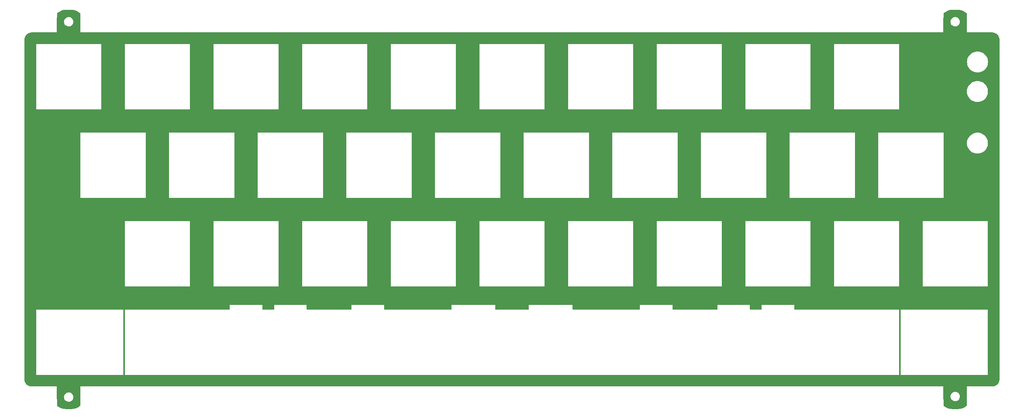
<source format=gbr>
%TF.GenerationSoftware,KiCad,Pcbnew,(6.0.7)*%
%TF.CreationDate,2022-12-24T21:54:13+01:00*%
%TF.ProjectId,Didaktik multilayout switchplate,44696461-6b74-4696-9b20-6d756c74696c,rev?*%
%TF.SameCoordinates,Original*%
%TF.FileFunction,Copper,L1,Top*%
%TF.FilePolarity,Positive*%
%FSLAX46Y46*%
G04 Gerber Fmt 4.6, Leading zero omitted, Abs format (unit mm)*
G04 Created by KiCad (PCBNEW (6.0.7)) date 2022-12-24 21:54:13*
%MOMM*%
%LPD*%
G01*
G04 APERTURE LIST*
G04 APERTURE END LIST*
%TA.AperFunction,NonConductor*%
G36*
X41912877Y-26892482D02*
G01*
X42016196Y-26898283D01*
X42017170Y-26898342D01*
X42207338Y-26910792D01*
X42219411Y-26911582D01*
X42232285Y-26913093D01*
X42374239Y-26937211D01*
X42377715Y-26937852D01*
X42443893Y-26951015D01*
X42540948Y-26970320D01*
X42551220Y-26972817D01*
X42695385Y-27014350D01*
X42700931Y-27016089D01*
X42784391Y-27044421D01*
X42853440Y-27067861D01*
X42861156Y-27070766D01*
X43000931Y-27128664D01*
X43008442Y-27132067D01*
X43152831Y-27203274D01*
X43158052Y-27206002D01*
X43289327Y-27278559D01*
X43298380Y-27284072D01*
X43436752Y-27376533D01*
X43439663Y-27378538D01*
X43557103Y-27461871D01*
X43567269Y-27469901D01*
X43718313Y-27602372D01*
X43719194Y-27603152D01*
X43758016Y-27637847D01*
X43795480Y-27698154D01*
X43800053Y-27731378D01*
X43804483Y-29069648D01*
X43809000Y-30434083D01*
X43813355Y-31749803D01*
X43813273Y-31750000D01*
X43813356Y-31750200D01*
X43813356Y-31750201D01*
X43813384Y-31750268D01*
X43813590Y-31750765D01*
X43813593Y-31750766D01*
X43813593Y-31750767D01*
X43813827Y-31750863D01*
X43814157Y-31751000D01*
X43814160Y-31751000D01*
X43814359Y-31751082D01*
X43814555Y-31751000D01*
X229234801Y-31751000D01*
X229234997Y-31751082D01*
X229235196Y-31751000D01*
X229235198Y-31751000D01*
X229235401Y-31750916D01*
X229235763Y-31750767D01*
X229235765Y-31750765D01*
X229235952Y-31750313D01*
X229235999Y-31750201D01*
X229235999Y-31750200D01*
X229236082Y-31750000D01*
X229236000Y-31749803D01*
X229240055Y-30463537D01*
X229243267Y-29444343D01*
X230769255Y-29444343D01*
X230769263Y-29444439D01*
X230769765Y-29450418D01*
X230769765Y-29450421D01*
X230773087Y-29489975D01*
X230785682Y-29639961D01*
X230839791Y-29828663D01*
X230842610Y-29834148D01*
X230926704Y-29997778D01*
X230926707Y-29997783D01*
X230929522Y-30003260D01*
X231051457Y-30157104D01*
X231056150Y-30161098D01*
X231056151Y-30161099D01*
X231194350Y-30278715D01*
X231200952Y-30284334D01*
X231206330Y-30287340D01*
X231206332Y-30287341D01*
X231235875Y-30303852D01*
X231372312Y-30380104D01*
X231559010Y-30440766D01*
X231753935Y-30464009D01*
X231760070Y-30463537D01*
X231760072Y-30463537D01*
X231943521Y-30449422D01*
X231943525Y-30449421D01*
X231949663Y-30448949D01*
X231955595Y-30447293D01*
X231955599Y-30447292D01*
X232044200Y-30422554D01*
X232138738Y-30396158D01*
X232313958Y-30307648D01*
X232321353Y-30301871D01*
X232463788Y-30190588D01*
X232463789Y-30190587D01*
X232468649Y-30186790D01*
X232596919Y-30038187D01*
X232693883Y-29867500D01*
X232755847Y-29681230D01*
X232761836Y-29633819D01*
X232780009Y-29489975D01*
X232780010Y-29489965D01*
X232780451Y-29486472D01*
X232780843Y-29458387D01*
X232761687Y-29263018D01*
X232704948Y-29075090D01*
X232612788Y-28901762D01*
X232608898Y-28896992D01*
X232608895Y-28896988D01*
X232492606Y-28754404D01*
X232492604Y-28754402D01*
X232488717Y-28749636D01*
X232337460Y-28624505D01*
X232164780Y-28531137D01*
X231977253Y-28473088D01*
X231971131Y-28472445D01*
X231971128Y-28472444D01*
X231788151Y-28453213D01*
X231788149Y-28453213D01*
X231782022Y-28452569D01*
X231662685Y-28463429D01*
X231592665Y-28469801D01*
X231592664Y-28469801D01*
X231586524Y-28470360D01*
X231398205Y-28525786D01*
X231224237Y-28616733D01*
X231219439Y-28620590D01*
X231219437Y-28620592D01*
X231076049Y-28735880D01*
X231076045Y-28735884D01*
X231071249Y-28739740D01*
X231067290Y-28744458D01*
X231067289Y-28744459D01*
X231066235Y-28745715D01*
X230945065Y-28890119D01*
X230942102Y-28895508D01*
X230942099Y-28895513D01*
X230938664Y-28901762D01*
X230850494Y-29062143D01*
X230848633Y-29068010D01*
X230848632Y-29068012D01*
X230792999Y-29243390D01*
X230791137Y-29249260D01*
X230769255Y-29444343D01*
X229243267Y-29444343D01*
X229248666Y-27731363D01*
X229268882Y-27663305D01*
X229290705Y-27637809D01*
X229328045Y-27604440D01*
X229328923Y-27603663D01*
X229481504Y-27469840D01*
X229491673Y-27461808D01*
X229608805Y-27378698D01*
X229611716Y-27376693D01*
X229611956Y-27376533D01*
X229750417Y-27284016D01*
X229759471Y-27278503D01*
X229890481Y-27206097D01*
X229895701Y-27203369D01*
X230040381Y-27132021D01*
X230047892Y-27128618D01*
X230187440Y-27070817D01*
X230195157Y-27067912D01*
X230347919Y-27016058D01*
X230353539Y-27014296D01*
X230497376Y-26972859D01*
X230507676Y-26970356D01*
X230671315Y-26937808D01*
X230674792Y-26937167D01*
X230816362Y-26913116D01*
X230829226Y-26911606D01*
X231030689Y-26898405D01*
X231031865Y-26898333D01*
X231136075Y-26892482D01*
X231143138Y-26892284D01*
X232405815Y-26892284D01*
X232412877Y-26892482D01*
X232516196Y-26898283D01*
X232517170Y-26898342D01*
X232707338Y-26910792D01*
X232719411Y-26911582D01*
X232732285Y-26913093D01*
X232874239Y-26937211D01*
X232877715Y-26937852D01*
X232943893Y-26951015D01*
X233040948Y-26970320D01*
X233051220Y-26972817D01*
X233195385Y-27014350D01*
X233200931Y-27016089D01*
X233284391Y-27044421D01*
X233353440Y-27067861D01*
X233361156Y-27070766D01*
X233500931Y-27128664D01*
X233508442Y-27132067D01*
X233652831Y-27203274D01*
X233658052Y-27206002D01*
X233789327Y-27278559D01*
X233798380Y-27284072D01*
X233936752Y-27376533D01*
X233939663Y-27378538D01*
X234057103Y-27461871D01*
X234067269Y-27469901D01*
X234218313Y-27602372D01*
X234219194Y-27603152D01*
X234253678Y-27633970D01*
X234257974Y-27637809D01*
X234258025Y-27637855D01*
X234295489Y-27698162D01*
X234300062Y-27731364D01*
X234314000Y-31749803D01*
X234313918Y-31750000D01*
X234314001Y-31750200D01*
X234314001Y-31750202D01*
X234314069Y-31750364D01*
X234314235Y-31750765D01*
X234314237Y-31750766D01*
X234314238Y-31750768D01*
X234314625Y-31750927D01*
X234314802Y-31751000D01*
X234314804Y-31751000D01*
X234315004Y-31751082D01*
X234315200Y-31751000D01*
X239708000Y-31751000D01*
X239716989Y-31751321D01*
X239851237Y-31760923D01*
X239852133Y-31760990D01*
X239934231Y-31767451D01*
X239951129Y-31769943D01*
X240070846Y-31795986D01*
X240073477Y-31796587D01*
X240121668Y-31808156D01*
X240166837Y-31819001D01*
X240181454Y-31823464D01*
X240293750Y-31865349D01*
X240297934Y-31866995D01*
X240388984Y-31904708D01*
X240401153Y-31910530D01*
X240505443Y-31967477D01*
X240510892Y-31970631D01*
X240595730Y-32022620D01*
X240605405Y-32029185D01*
X240700150Y-32100111D01*
X240706470Y-32105167D01*
X240782415Y-32170029D01*
X240789680Y-32176746D01*
X240873254Y-32260320D01*
X240879971Y-32267585D01*
X240944833Y-32343530D01*
X240949889Y-32349850D01*
X241020815Y-32444595D01*
X241027380Y-32454270D01*
X241079369Y-32539108D01*
X241082523Y-32544557D01*
X241139470Y-32648847D01*
X241145292Y-32661016D01*
X241183005Y-32752066D01*
X241184651Y-32756250D01*
X241226536Y-32868546D01*
X241231000Y-32883165D01*
X241253413Y-32976523D01*
X241254014Y-32979154D01*
X241280057Y-33098871D01*
X241282549Y-33115769D01*
X241289010Y-33197867D01*
X241289077Y-33198763D01*
X241298679Y-33333011D01*
X241299000Y-33342000D01*
X241299000Y-106358001D01*
X241298680Y-106366980D01*
X241289895Y-106489953D01*
X241289014Y-106502281D01*
X241288947Y-106503173D01*
X241282571Y-106584311D01*
X241280085Y-106601193D01*
X241253916Y-106721630D01*
X241253315Y-106724259D01*
X241231060Y-106817065D01*
X241226612Y-106831655D01*
X241184577Y-106944495D01*
X241182957Y-106948614D01*
X241145394Y-107039412D01*
X241139596Y-107051547D01*
X241082500Y-107156250D01*
X241079366Y-107161670D01*
X241027548Y-107246344D01*
X241021004Y-107256003D01*
X240949913Y-107351112D01*
X240944896Y-107357394D01*
X240880216Y-107433246D01*
X240873523Y-107440498D01*
X240789749Y-107524420D01*
X240782498Y-107531135D01*
X240706791Y-107595922D01*
X240700481Y-107600980D01*
X240605514Y-107672225D01*
X240595860Y-107678792D01*
X240557016Y-107702657D01*
X240511244Y-107730779D01*
X240505844Y-107733913D01*
X240401269Y-107791178D01*
X240389142Y-107796999D01*
X240298414Y-107834720D01*
X240294237Y-107836370D01*
X240181543Y-107878578D01*
X240166969Y-107883051D01*
X240074047Y-107905507D01*
X240071525Y-107906087D01*
X240053154Y-107910113D01*
X239951151Y-107932464D01*
X239934279Y-107934979D01*
X239895802Y-107938072D01*
X239853567Y-107941467D01*
X239852892Y-107941519D01*
X239717071Y-107951463D01*
X239707685Y-107951799D01*
X237632490Y-107948562D01*
X234323109Y-107943400D01*
X234323107Y-107943400D01*
X234315200Y-107943388D01*
X234315003Y-107943305D01*
X234314237Y-107943620D01*
X234314237Y-107943621D01*
X234314236Y-107943621D01*
X234313918Y-107944385D01*
X234314000Y-107944583D01*
X234303655Y-111226562D01*
X234301334Y-111963027D01*
X234281118Y-112031085D01*
X234259297Y-112056578D01*
X234247196Y-112067393D01*
X234222747Y-112089243D01*
X234221862Y-112090026D01*
X234119413Y-112179869D01*
X234068256Y-112224730D01*
X234058105Y-112232748D01*
X234057952Y-112232857D01*
X233942168Y-112315014D01*
X233939257Y-112317019D01*
X233799244Y-112410577D01*
X233790190Y-112416090D01*
X233660140Y-112487969D01*
X233654920Y-112490697D01*
X233509158Y-112562581D01*
X233501647Y-112565984D01*
X233363029Y-112623403D01*
X233355312Y-112626308D01*
X233307424Y-112642564D01*
X233201403Y-112678554D01*
X233195826Y-112680303D01*
X233052999Y-112721451D01*
X233042708Y-112723952D01*
X232877515Y-112756810D01*
X232874077Y-112757444D01*
X232733953Y-112781250D01*
X232721091Y-112782760D01*
X232687656Y-112784951D01*
X232515796Y-112796212D01*
X232514621Y-112796284D01*
X232421238Y-112801527D01*
X232414511Y-112801905D01*
X232407448Y-112802103D01*
X231144184Y-112802103D01*
X231137124Y-112801905D01*
X231034663Y-112796153D01*
X231033638Y-112796090D01*
X230942721Y-112790132D01*
X230830357Y-112782767D01*
X230817494Y-112781257D01*
X230676648Y-112757328D01*
X230673172Y-112756687D01*
X230508781Y-112723989D01*
X230498481Y-112721486D01*
X230410250Y-112696068D01*
X230355148Y-112680194D01*
X230349544Y-112678437D01*
X230196213Y-112626388D01*
X230188496Y-112623484D01*
X230049419Y-112565877D01*
X230041922Y-112562480D01*
X229896671Y-112490850D01*
X229891454Y-112488124D01*
X229760931Y-112415986D01*
X229751878Y-112410473D01*
X229751758Y-112410393D01*
X229612461Y-112317316D01*
X229609620Y-112315360D01*
X229493088Y-112232675D01*
X229482923Y-112224646D01*
X229329633Y-112090211D01*
X229328751Y-112089430D01*
X229291985Y-112056573D01*
X229254520Y-111996266D01*
X229249947Y-111963040D01*
X229247558Y-111241150D01*
X229243745Y-110089343D01*
X230769255Y-110089343D01*
X230769263Y-110089439D01*
X230769765Y-110095418D01*
X230769765Y-110095421D01*
X230781570Y-110236000D01*
X230785682Y-110284961D01*
X230787381Y-110290886D01*
X230835107Y-110457327D01*
X230839791Y-110473663D01*
X230842610Y-110479148D01*
X230926704Y-110642778D01*
X230926707Y-110642783D01*
X230929522Y-110648260D01*
X231051457Y-110802104D01*
X231056150Y-110806098D01*
X231056151Y-110806099D01*
X231194350Y-110923715D01*
X231200952Y-110929334D01*
X231206330Y-110932340D01*
X231206332Y-110932341D01*
X231255352Y-110959737D01*
X231372312Y-111025104D01*
X231559010Y-111085766D01*
X231753935Y-111109009D01*
X231760070Y-111108537D01*
X231760072Y-111108537D01*
X231943521Y-111094422D01*
X231943525Y-111094421D01*
X231949663Y-111093949D01*
X231955595Y-111092293D01*
X231955599Y-111092292D01*
X232053511Y-111064954D01*
X232138738Y-111041158D01*
X232313958Y-110952648D01*
X232321353Y-110946871D01*
X232463788Y-110835588D01*
X232463789Y-110835587D01*
X232468649Y-110831790D01*
X232596919Y-110683187D01*
X232615502Y-110650476D01*
X232690836Y-110517863D01*
X232693883Y-110512500D01*
X232755847Y-110326230D01*
X232769791Y-110215856D01*
X232780009Y-110134975D01*
X232780010Y-110134965D01*
X232780451Y-110131472D01*
X232780843Y-110103387D01*
X232761687Y-109908018D01*
X232704948Y-109720090D01*
X232612788Y-109546762D01*
X232608898Y-109541992D01*
X232608895Y-109541988D01*
X232492606Y-109399404D01*
X232492604Y-109399402D01*
X232488717Y-109394636D01*
X232337460Y-109269505D01*
X232164780Y-109176137D01*
X231977253Y-109118088D01*
X231971131Y-109117445D01*
X231971128Y-109117444D01*
X231788151Y-109098213D01*
X231788149Y-109098213D01*
X231782022Y-109097569D01*
X231662685Y-109108429D01*
X231592665Y-109114801D01*
X231592664Y-109114801D01*
X231586524Y-109115360D01*
X231398205Y-109170786D01*
X231224237Y-109261733D01*
X231219439Y-109265590D01*
X231219437Y-109265592D01*
X231076049Y-109380880D01*
X231076045Y-109380884D01*
X231071249Y-109384740D01*
X231067290Y-109389458D01*
X231067289Y-109389459D01*
X230956013Y-109522072D01*
X230945065Y-109535119D01*
X230942102Y-109540508D01*
X230942099Y-109540513D01*
X230872160Y-109667732D01*
X230850494Y-109707143D01*
X230848633Y-109713010D01*
X230848632Y-109713012D01*
X230810138Y-109834361D01*
X230791137Y-109894260D01*
X230769255Y-110089343D01*
X229243745Y-110089343D01*
X229243588Y-110041960D01*
X229236671Y-107952355D01*
X229236671Y-107952353D01*
X229236645Y-107944584D01*
X229236727Y-107944387D01*
X229236410Y-107943622D01*
X229236408Y-107943621D01*
X229236407Y-107943619D01*
X229236020Y-107943460D01*
X229235843Y-107943387D01*
X229235841Y-107943387D01*
X229235641Y-107943305D01*
X229235445Y-107943387D01*
X43815199Y-107943387D01*
X43815003Y-107943305D01*
X43814804Y-107943387D01*
X43814802Y-107943387D01*
X43814599Y-107943471D01*
X43814237Y-107943620D01*
X43814235Y-107943622D01*
X43813918Y-107944387D01*
X43814000Y-107944584D01*
X43803655Y-111226562D01*
X43801334Y-111963025D01*
X43781118Y-112031083D01*
X43759296Y-112056578D01*
X43722536Y-112089430D01*
X43722087Y-112089831D01*
X43721207Y-112090610D01*
X43568464Y-112224572D01*
X43558296Y-112232603D01*
X43441315Y-112315606D01*
X43438423Y-112317598D01*
X43328164Y-112391271D01*
X43299546Y-112410393D01*
X43290493Y-112415906D01*
X43159588Y-112488255D01*
X43154367Y-112490983D01*
X43009569Y-112562389D01*
X43002060Y-112565792D01*
X42862594Y-112623559D01*
X42854912Y-112626451D01*
X42702001Y-112678356D01*
X42696397Y-112680113D01*
X42552668Y-112721519D01*
X42542368Y-112724022D01*
X42378548Y-112756606D01*
X42375072Y-112757247D01*
X42233676Y-112781269D01*
X42220811Y-112782779D01*
X42197816Y-112784286D01*
X42018814Y-112796015D01*
X42017822Y-112796076D01*
X41913987Y-112801905D01*
X41906925Y-112802103D01*
X40644184Y-112802103D01*
X40637122Y-112801905D01*
X40535529Y-112796201D01*
X40534695Y-112796151D01*
X40357482Y-112784522D01*
X40330093Y-112782725D01*
X40317240Y-112781215D01*
X40177657Y-112757501D01*
X40174197Y-112756863D01*
X40173911Y-112756806D01*
X40104049Y-112742911D01*
X40008439Y-112723894D01*
X39998139Y-112721391D01*
X39855759Y-112680374D01*
X39850140Y-112678612D01*
X39695803Y-112626225D01*
X39688086Y-112623321D01*
X39549813Y-112566049D01*
X39542302Y-112562645D01*
X39396119Y-112490557D01*
X39390900Y-112487830D01*
X39261237Y-112416171D01*
X39252183Y-112410659D01*
X39233826Y-112398394D01*
X39111580Y-112316714D01*
X39108744Y-112314761D01*
X38993300Y-112232851D01*
X38983141Y-112224827D01*
X38827170Y-112088046D01*
X38826291Y-112087268D01*
X38804259Y-112067581D01*
X38791980Y-112056608D01*
X38754513Y-111996304D01*
X38749938Y-111963092D01*
X38747384Y-111226562D01*
X38743899Y-110221956D01*
X40269255Y-110221956D01*
X40269263Y-110222052D01*
X40269765Y-110228031D01*
X40269765Y-110228034D01*
X40275043Y-110290886D01*
X40285682Y-110417574D01*
X40287381Y-110423499D01*
X40301043Y-110471143D01*
X40339791Y-110606276D01*
X40342610Y-110611761D01*
X40426704Y-110775391D01*
X40426707Y-110775396D01*
X40429522Y-110780873D01*
X40551457Y-110934717D01*
X40556150Y-110938711D01*
X40556151Y-110938712D01*
X40694350Y-111056328D01*
X40700952Y-111061947D01*
X40706330Y-111064953D01*
X40706332Y-111064954D01*
X40735875Y-111081465D01*
X40872312Y-111157717D01*
X41059010Y-111218379D01*
X41253935Y-111241622D01*
X41260070Y-111241150D01*
X41260072Y-111241150D01*
X41443521Y-111227035D01*
X41443525Y-111227034D01*
X41449663Y-111226562D01*
X41455595Y-111224906D01*
X41455599Y-111224905D01*
X41544201Y-111200166D01*
X41638738Y-111173771D01*
X41813958Y-111085261D01*
X41821353Y-111079484D01*
X41963788Y-110968201D01*
X41963789Y-110968200D01*
X41968649Y-110964403D01*
X42083117Y-110831790D01*
X42092895Y-110820462D01*
X42092895Y-110820461D01*
X42096919Y-110815800D01*
X42104700Y-110802104D01*
X42133438Y-110751516D01*
X42193883Y-110645113D01*
X42255847Y-110458843D01*
X42272792Y-110324714D01*
X42280009Y-110267588D01*
X42280010Y-110267578D01*
X42280451Y-110264085D01*
X42280843Y-110236000D01*
X42261687Y-110040631D01*
X42204948Y-109852703D01*
X42128986Y-109709839D01*
X42115682Y-109684817D01*
X42115680Y-109684814D01*
X42112788Y-109679375D01*
X42108898Y-109674605D01*
X42108895Y-109674601D01*
X41992606Y-109532017D01*
X41992604Y-109532015D01*
X41988717Y-109527249D01*
X41837460Y-109402118D01*
X41664780Y-109308750D01*
X41477253Y-109250701D01*
X41471131Y-109250058D01*
X41471128Y-109250057D01*
X41288151Y-109230826D01*
X41288149Y-109230826D01*
X41282022Y-109230182D01*
X41162685Y-109241042D01*
X41092665Y-109247414D01*
X41092664Y-109247414D01*
X41086524Y-109247973D01*
X40898205Y-109303399D01*
X40724237Y-109394346D01*
X40719439Y-109398203D01*
X40719437Y-109398205D01*
X40576049Y-109513493D01*
X40576045Y-109513497D01*
X40571249Y-109517353D01*
X40567290Y-109522071D01*
X40567289Y-109522072D01*
X40543394Y-109550549D01*
X40445065Y-109667732D01*
X40442102Y-109673121D01*
X40442099Y-109673126D01*
X40416281Y-109720090D01*
X40350494Y-109839756D01*
X40348633Y-109845623D01*
X40348632Y-109845625D01*
X40292999Y-110021003D01*
X40291137Y-110026873D01*
X40269255Y-110221956D01*
X38743899Y-110221956D01*
X38736000Y-107944584D01*
X38736082Y-107944386D01*
X38735764Y-107943621D01*
X38735762Y-107943619D01*
X38735339Y-107943446D01*
X38735197Y-107943387D01*
X38735196Y-107943387D01*
X38734996Y-107943305D01*
X38734799Y-107943387D01*
X36862122Y-107945335D01*
X33342253Y-107948995D01*
X33332760Y-107948647D01*
X33282775Y-107944923D01*
X33216526Y-107939986D01*
X33215737Y-107939924D01*
X33103849Y-107930665D01*
X33086359Y-107927970D01*
X32969154Y-107901375D01*
X32966117Y-107900647D01*
X32900798Y-107884113D01*
X32859861Y-107873751D01*
X32845006Y-107868993D01*
X32761363Y-107836370D01*
X32732835Y-107825243D01*
X32728028Y-107823252D01*
X32627916Y-107779360D01*
X32615841Y-107773274D01*
X32511322Y-107713343D01*
X32505112Y-107709539D01*
X32413679Y-107649833D01*
X32404386Y-107643144D01*
X32351099Y-107600980D01*
X32309895Y-107568377D01*
X32302786Y-107562308D01*
X32222423Y-107488373D01*
X32215780Y-107481788D01*
X32133433Y-107393864D01*
X32125994Y-107385160D01*
X32058872Y-107298987D01*
X32054562Y-107293111D01*
X32004733Y-107220884D01*
X31986164Y-107193967D01*
X31979093Y-107182439D01*
X31927018Y-107086310D01*
X31924634Y-107081684D01*
X31871711Y-106973552D01*
X31865730Y-106959133D01*
X31830102Y-106855518D01*
X31829123Y-106852553D01*
X31792857Y-106737920D01*
X31788719Y-106720723D01*
X31770396Y-106611301D01*
X31770229Y-106610274D01*
X31752563Y-106499147D01*
X31751000Y-106479365D01*
X31751000Y-105440000D01*
X34288918Y-105440000D01*
X34289000Y-105440198D01*
X34289235Y-105440765D01*
X34290000Y-105441082D01*
X34290198Y-105441000D01*
X53052302Y-105441000D01*
X53052500Y-105441082D01*
X53053265Y-105440765D01*
X53053500Y-105440198D01*
X53053582Y-105440000D01*
X53338918Y-105440000D01*
X53339000Y-105440198D01*
X53339235Y-105440765D01*
X53340000Y-105441082D01*
X53340198Y-105441000D01*
X219739802Y-105441000D01*
X219740000Y-105441082D01*
X219740765Y-105440765D01*
X219741000Y-105440198D01*
X219741082Y-105440000D01*
X220026418Y-105440000D01*
X220026500Y-105440198D01*
X220026735Y-105440765D01*
X220027500Y-105441082D01*
X220027698Y-105441000D01*
X238789802Y-105441000D01*
X238790000Y-105441082D01*
X238790765Y-105440765D01*
X238791000Y-105440198D01*
X238791082Y-105440000D01*
X238791000Y-105439802D01*
X238791000Y-91440198D01*
X238791082Y-91440000D01*
X238790765Y-91439235D01*
X238790198Y-91439000D01*
X238790000Y-91438918D01*
X238789802Y-91439000D01*
X220027698Y-91439000D01*
X220027500Y-91438918D01*
X220027302Y-91439000D01*
X220026735Y-91439235D01*
X220026418Y-91440000D01*
X220026500Y-91440198D01*
X220026500Y-105439802D01*
X220026418Y-105440000D01*
X219741082Y-105440000D01*
X219741000Y-105439802D01*
X219741000Y-91440198D01*
X219741082Y-91440000D01*
X219740765Y-91439235D01*
X219740198Y-91439000D01*
X219740000Y-91438918D01*
X219739802Y-91439000D01*
X197317000Y-91439000D01*
X197248879Y-91418998D01*
X197202386Y-91365342D01*
X197191000Y-91313000D01*
X197191000Y-90440198D01*
X197191082Y-90440000D01*
X197190765Y-90439235D01*
X197190198Y-90439000D01*
X197190000Y-90438918D01*
X197189802Y-90439000D01*
X190190198Y-90439000D01*
X190190000Y-90438918D01*
X190189802Y-90439000D01*
X190189235Y-90439235D01*
X190188918Y-90440000D01*
X190189000Y-90440198D01*
X190189000Y-91313000D01*
X190168998Y-91381121D01*
X190115342Y-91427614D01*
X190063000Y-91439000D01*
X187792000Y-91439000D01*
X187723879Y-91418998D01*
X187677386Y-91365342D01*
X187666000Y-91313000D01*
X187666000Y-90440198D01*
X187666082Y-90440000D01*
X187665765Y-90439235D01*
X187665198Y-90439000D01*
X187665000Y-90438918D01*
X187664802Y-90439000D01*
X180665198Y-90439000D01*
X180665000Y-90438918D01*
X180664802Y-90439000D01*
X180664235Y-90439235D01*
X180663918Y-90440000D01*
X180664000Y-90440198D01*
X180664000Y-91313000D01*
X180643998Y-91381121D01*
X180590342Y-91427614D01*
X180538000Y-91439000D01*
X171155000Y-91439000D01*
X171086879Y-91418998D01*
X171040386Y-91365342D01*
X171029000Y-91313000D01*
X171029000Y-90440198D01*
X171029082Y-90440000D01*
X171028765Y-90439235D01*
X171028198Y-90439000D01*
X171028000Y-90438918D01*
X171027802Y-90439000D01*
X164028198Y-90439000D01*
X164028000Y-90438918D01*
X164027802Y-90439000D01*
X164027235Y-90439235D01*
X164026918Y-90440000D01*
X164027000Y-90440198D01*
X164027000Y-91313000D01*
X164006998Y-91381121D01*
X163953342Y-91427614D01*
X163901000Y-91439000D01*
X149692000Y-91439000D01*
X149623879Y-91418998D01*
X149577386Y-91365342D01*
X149566000Y-91313000D01*
X149566000Y-90440198D01*
X149566082Y-90440000D01*
X149565765Y-90439235D01*
X149565198Y-90439000D01*
X149565000Y-90438918D01*
X149564802Y-90439000D01*
X140152198Y-90439000D01*
X140152000Y-90438918D01*
X140151802Y-90439000D01*
X140151235Y-90439235D01*
X140150918Y-90440000D01*
X140151000Y-90440198D01*
X140151000Y-91313000D01*
X140130998Y-91381121D01*
X140077342Y-91427614D01*
X140025000Y-91439000D01*
X133055000Y-91439000D01*
X132986879Y-91418998D01*
X132940386Y-91365342D01*
X132929000Y-91313000D01*
X132929000Y-90440198D01*
X132929082Y-90440000D01*
X132928765Y-90439235D01*
X132928198Y-90439000D01*
X132928000Y-90438918D01*
X132927802Y-90439000D01*
X123515198Y-90439000D01*
X123515000Y-90438918D01*
X123514802Y-90439000D01*
X123514235Y-90439235D01*
X123513918Y-90440000D01*
X123514000Y-90440198D01*
X123514000Y-91313000D01*
X123493998Y-91381121D01*
X123440342Y-91427614D01*
X123388000Y-91439000D01*
X109179000Y-91439000D01*
X109110879Y-91418998D01*
X109064386Y-91365342D01*
X109053000Y-91313000D01*
X109053000Y-90440198D01*
X109053082Y-90440000D01*
X109052765Y-90439235D01*
X109052198Y-90439000D01*
X109052000Y-90438918D01*
X109051802Y-90439000D01*
X102052198Y-90439000D01*
X102052000Y-90438918D01*
X102051802Y-90439000D01*
X102051235Y-90439235D01*
X102050918Y-90440000D01*
X102051000Y-90440198D01*
X102051000Y-91313000D01*
X102030998Y-91381121D01*
X101977342Y-91427614D01*
X101925000Y-91439000D01*
X92542000Y-91439000D01*
X92473879Y-91418998D01*
X92427386Y-91365342D01*
X92416000Y-91313000D01*
X92416000Y-90440198D01*
X92416082Y-90440000D01*
X92415765Y-90439235D01*
X92415198Y-90439000D01*
X92415000Y-90438918D01*
X92414802Y-90439000D01*
X85415198Y-90439000D01*
X85415000Y-90438918D01*
X85414802Y-90439000D01*
X85414235Y-90439235D01*
X85413918Y-90440000D01*
X85414000Y-90440198D01*
X85414000Y-91313000D01*
X85393998Y-91381121D01*
X85340342Y-91427614D01*
X85288000Y-91439000D01*
X83017000Y-91439000D01*
X82948879Y-91418998D01*
X82902386Y-91365342D01*
X82891000Y-91313000D01*
X82891000Y-90440198D01*
X82891082Y-90440000D01*
X82890765Y-90439235D01*
X82890198Y-90439000D01*
X82890000Y-90438918D01*
X82889802Y-90439000D01*
X75890198Y-90439000D01*
X75890000Y-90438918D01*
X75889802Y-90439000D01*
X75889235Y-90439235D01*
X75888918Y-90440000D01*
X75889000Y-90440198D01*
X75889000Y-91313000D01*
X75868998Y-91381121D01*
X75815342Y-91427614D01*
X75763000Y-91439000D01*
X53340198Y-91439000D01*
X53340000Y-91438918D01*
X53339802Y-91439000D01*
X53339235Y-91439235D01*
X53338918Y-91440000D01*
X53339000Y-91440198D01*
X53339000Y-105439802D01*
X53338918Y-105440000D01*
X53053582Y-105440000D01*
X53053500Y-105439802D01*
X53053500Y-91440198D01*
X53053582Y-91440000D01*
X53053265Y-91439235D01*
X53052698Y-91439000D01*
X53052500Y-91438918D01*
X53052302Y-91439000D01*
X34290198Y-91439000D01*
X34290000Y-91438918D01*
X34289802Y-91439000D01*
X34289235Y-91439235D01*
X34288918Y-91440000D01*
X34289000Y-91440198D01*
X34289000Y-105439802D01*
X34288918Y-105440000D01*
X31751000Y-105440000D01*
X31751000Y-86390000D01*
X53338918Y-86390000D01*
X53339000Y-86390198D01*
X53339235Y-86390765D01*
X53340000Y-86391082D01*
X53340198Y-86391000D01*
X67339802Y-86391000D01*
X67340000Y-86391082D01*
X67340765Y-86390765D01*
X67341000Y-86390198D01*
X67341082Y-86390000D01*
X72388918Y-86390000D01*
X72389000Y-86390198D01*
X72389235Y-86390765D01*
X72390000Y-86391082D01*
X72390198Y-86391000D01*
X86389802Y-86391000D01*
X86390000Y-86391082D01*
X86390765Y-86390765D01*
X86391000Y-86390198D01*
X86391082Y-86390000D01*
X91438918Y-86390000D01*
X91439000Y-86390198D01*
X91439235Y-86390765D01*
X91440000Y-86391082D01*
X91440198Y-86391000D01*
X105439802Y-86391000D01*
X105440000Y-86391082D01*
X105440765Y-86390765D01*
X105441000Y-86390198D01*
X105441082Y-86390000D01*
X110488918Y-86390000D01*
X110489000Y-86390198D01*
X110489235Y-86390765D01*
X110490000Y-86391082D01*
X110490198Y-86391000D01*
X124489802Y-86391000D01*
X124490000Y-86391082D01*
X124490765Y-86390765D01*
X124491000Y-86390198D01*
X124491082Y-86390000D01*
X129538918Y-86390000D01*
X129539000Y-86390198D01*
X129539235Y-86390765D01*
X129540000Y-86391082D01*
X129540198Y-86391000D01*
X143539802Y-86391000D01*
X143540000Y-86391082D01*
X143540765Y-86390765D01*
X143541000Y-86390198D01*
X143541082Y-86390000D01*
X148588918Y-86390000D01*
X148589000Y-86390198D01*
X148589235Y-86390765D01*
X148590000Y-86391082D01*
X148590198Y-86391000D01*
X162589802Y-86391000D01*
X162590000Y-86391082D01*
X162590765Y-86390765D01*
X162591000Y-86390198D01*
X162591082Y-86390000D01*
X167638918Y-86390000D01*
X167639000Y-86390198D01*
X167639235Y-86390765D01*
X167640000Y-86391082D01*
X167640198Y-86391000D01*
X181639802Y-86391000D01*
X181640000Y-86391082D01*
X181640765Y-86390765D01*
X181641000Y-86390198D01*
X181641082Y-86390000D01*
X186688918Y-86390000D01*
X186689000Y-86390198D01*
X186689235Y-86390765D01*
X186690000Y-86391082D01*
X186690198Y-86391000D01*
X200689802Y-86391000D01*
X200690000Y-86391082D01*
X200690765Y-86390765D01*
X200691000Y-86390198D01*
X200691082Y-86390000D01*
X205738918Y-86390000D01*
X205739000Y-86390198D01*
X205739235Y-86390765D01*
X205740000Y-86391082D01*
X205740198Y-86391000D01*
X219739802Y-86391000D01*
X219740000Y-86391082D01*
X219740765Y-86390765D01*
X219741000Y-86390198D01*
X219741082Y-86390000D01*
X224788918Y-86390000D01*
X224789000Y-86390198D01*
X224789235Y-86390765D01*
X224790000Y-86391082D01*
X224790198Y-86391000D01*
X238789802Y-86391000D01*
X238790000Y-86391082D01*
X238790765Y-86390765D01*
X238791000Y-86390198D01*
X238791082Y-86390000D01*
X238791000Y-86389802D01*
X238791000Y-72390198D01*
X238791082Y-72390000D01*
X238790765Y-72389235D01*
X238790198Y-72389000D01*
X238790000Y-72388918D01*
X238789802Y-72389000D01*
X224790198Y-72389000D01*
X224790000Y-72388918D01*
X224789802Y-72389000D01*
X224789235Y-72389235D01*
X224788918Y-72390000D01*
X224789000Y-72390198D01*
X224789000Y-86389802D01*
X224788918Y-86390000D01*
X219741082Y-86390000D01*
X219741000Y-86389802D01*
X219741000Y-72390198D01*
X219741082Y-72390000D01*
X219740765Y-72389235D01*
X219740198Y-72389000D01*
X219740000Y-72388918D01*
X219739802Y-72389000D01*
X205740198Y-72389000D01*
X205740000Y-72388918D01*
X205739802Y-72389000D01*
X205739235Y-72389235D01*
X205738918Y-72390000D01*
X205739000Y-72390198D01*
X205739000Y-86389802D01*
X205738918Y-86390000D01*
X200691082Y-86390000D01*
X200691000Y-86389802D01*
X200691000Y-72390198D01*
X200691082Y-72390000D01*
X200690765Y-72389235D01*
X200690198Y-72389000D01*
X200690000Y-72388918D01*
X200689802Y-72389000D01*
X186690198Y-72389000D01*
X186690000Y-72388918D01*
X186689802Y-72389000D01*
X186689235Y-72389235D01*
X186688918Y-72390000D01*
X186689000Y-72390198D01*
X186689000Y-86389802D01*
X186688918Y-86390000D01*
X181641082Y-86390000D01*
X181641000Y-86389802D01*
X181641000Y-72390198D01*
X181641082Y-72390000D01*
X181640765Y-72389235D01*
X181640198Y-72389000D01*
X181640000Y-72388918D01*
X181639802Y-72389000D01*
X167640198Y-72389000D01*
X167640000Y-72388918D01*
X167639802Y-72389000D01*
X167639235Y-72389235D01*
X167638918Y-72390000D01*
X167639000Y-72390198D01*
X167639000Y-86389802D01*
X167638918Y-86390000D01*
X162591082Y-86390000D01*
X162591000Y-86389802D01*
X162591000Y-72390198D01*
X162591082Y-72390000D01*
X162590765Y-72389235D01*
X162590198Y-72389000D01*
X162590000Y-72388918D01*
X162589802Y-72389000D01*
X148590198Y-72389000D01*
X148590000Y-72388918D01*
X148589802Y-72389000D01*
X148589235Y-72389235D01*
X148588918Y-72390000D01*
X148589000Y-72390198D01*
X148589000Y-86389802D01*
X148588918Y-86390000D01*
X143541082Y-86390000D01*
X143541000Y-86389802D01*
X143541000Y-72390198D01*
X143541082Y-72390000D01*
X143540765Y-72389235D01*
X143540198Y-72389000D01*
X143540000Y-72388918D01*
X143539802Y-72389000D01*
X129540198Y-72389000D01*
X129540000Y-72388918D01*
X129539802Y-72389000D01*
X129539235Y-72389235D01*
X129538918Y-72390000D01*
X129539000Y-72390198D01*
X129539000Y-86389802D01*
X129538918Y-86390000D01*
X124491082Y-86390000D01*
X124491000Y-86389802D01*
X124491000Y-72390198D01*
X124491082Y-72390000D01*
X124490765Y-72389235D01*
X124490198Y-72389000D01*
X124490000Y-72388918D01*
X124489802Y-72389000D01*
X110490198Y-72389000D01*
X110490000Y-72388918D01*
X110489802Y-72389000D01*
X110489235Y-72389235D01*
X110488918Y-72390000D01*
X110489000Y-72390198D01*
X110489000Y-86389802D01*
X110488918Y-86390000D01*
X105441082Y-86390000D01*
X105441000Y-86389802D01*
X105441000Y-72390198D01*
X105441082Y-72390000D01*
X105440765Y-72389235D01*
X105440198Y-72389000D01*
X105440000Y-72388918D01*
X105439802Y-72389000D01*
X91440198Y-72389000D01*
X91440000Y-72388918D01*
X91439802Y-72389000D01*
X91439235Y-72389235D01*
X91438918Y-72390000D01*
X91439000Y-72390198D01*
X91439000Y-86389802D01*
X91438918Y-86390000D01*
X86391082Y-86390000D01*
X86391000Y-86389802D01*
X86391000Y-72390198D01*
X86391082Y-72390000D01*
X86390765Y-72389235D01*
X86390198Y-72389000D01*
X86390000Y-72388918D01*
X86389802Y-72389000D01*
X72390198Y-72389000D01*
X72390000Y-72388918D01*
X72389802Y-72389000D01*
X72389235Y-72389235D01*
X72388918Y-72390000D01*
X72389000Y-72390198D01*
X72389000Y-86389802D01*
X72388918Y-86390000D01*
X67341082Y-86390000D01*
X67341000Y-86389802D01*
X67341000Y-72390198D01*
X67341082Y-72390000D01*
X67340765Y-72389235D01*
X67340198Y-72389000D01*
X67340000Y-72388918D01*
X67339802Y-72389000D01*
X53340198Y-72389000D01*
X53340000Y-72388918D01*
X53339802Y-72389000D01*
X53339235Y-72389235D01*
X53338918Y-72390000D01*
X53339000Y-72390198D01*
X53339000Y-86389802D01*
X53338918Y-86390000D01*
X31751000Y-86390000D01*
X31751000Y-67340000D01*
X43813918Y-67340000D01*
X43814000Y-67340198D01*
X43814235Y-67340765D01*
X43815000Y-67341082D01*
X43815198Y-67341000D01*
X57814802Y-67341000D01*
X57815000Y-67341082D01*
X57815765Y-67340765D01*
X57816000Y-67340198D01*
X57816082Y-67340000D01*
X62863918Y-67340000D01*
X62864000Y-67340198D01*
X62864235Y-67340765D01*
X62865000Y-67341082D01*
X62865198Y-67341000D01*
X76864802Y-67341000D01*
X76865000Y-67341082D01*
X76865765Y-67340765D01*
X76866000Y-67340198D01*
X76866082Y-67340000D01*
X81913918Y-67340000D01*
X81914000Y-67340198D01*
X81914235Y-67340765D01*
X81915000Y-67341082D01*
X81915198Y-67341000D01*
X95914802Y-67341000D01*
X95915000Y-67341082D01*
X95915765Y-67340765D01*
X95916000Y-67340198D01*
X95916082Y-67340000D01*
X100963918Y-67340000D01*
X100964000Y-67340198D01*
X100964235Y-67340765D01*
X100965000Y-67341082D01*
X100965198Y-67341000D01*
X114964802Y-67341000D01*
X114965000Y-67341082D01*
X114965765Y-67340765D01*
X114966000Y-67340198D01*
X114966082Y-67340000D01*
X120013918Y-67340000D01*
X120014000Y-67340198D01*
X120014235Y-67340765D01*
X120015000Y-67341082D01*
X120015198Y-67341000D01*
X134014802Y-67341000D01*
X134015000Y-67341082D01*
X134015765Y-67340765D01*
X134016000Y-67340198D01*
X134016082Y-67340000D01*
X139063918Y-67340000D01*
X139064000Y-67340198D01*
X139064235Y-67340765D01*
X139065000Y-67341082D01*
X139065198Y-67341000D01*
X153064802Y-67341000D01*
X153065000Y-67341082D01*
X153065765Y-67340765D01*
X153066000Y-67340198D01*
X153066082Y-67340000D01*
X158113918Y-67340000D01*
X158114000Y-67340198D01*
X158114235Y-67340765D01*
X158115000Y-67341082D01*
X158115198Y-67341000D01*
X172114802Y-67341000D01*
X172115000Y-67341082D01*
X172115765Y-67340765D01*
X172116000Y-67340198D01*
X172116082Y-67340000D01*
X177163918Y-67340000D01*
X177164000Y-67340198D01*
X177164235Y-67340765D01*
X177165000Y-67341082D01*
X177165198Y-67341000D01*
X191164802Y-67341000D01*
X191165000Y-67341082D01*
X191165765Y-67340765D01*
X191166000Y-67340198D01*
X191166082Y-67340000D01*
X196213918Y-67340000D01*
X196214000Y-67340198D01*
X196214235Y-67340765D01*
X196215000Y-67341082D01*
X196215198Y-67341000D01*
X210214802Y-67341000D01*
X210215000Y-67341082D01*
X210215765Y-67340765D01*
X210216000Y-67340198D01*
X210216082Y-67340000D01*
X215263918Y-67340000D01*
X215264000Y-67340198D01*
X215264235Y-67340765D01*
X215265000Y-67341082D01*
X215265198Y-67341000D01*
X229264802Y-67341000D01*
X229265000Y-67341082D01*
X229265765Y-67340765D01*
X229266000Y-67340198D01*
X229266082Y-67340000D01*
X229266000Y-67339802D01*
X229266000Y-55577500D01*
X234296670Y-55577500D01*
X234315969Y-55871945D01*
X234373536Y-56161352D01*
X234468385Y-56440769D01*
X234598894Y-56705415D01*
X234762830Y-56950762D01*
X234957387Y-57172613D01*
X235179238Y-57367170D01*
X235424585Y-57531106D01*
X235428284Y-57532930D01*
X235428289Y-57532933D01*
X235564093Y-57599904D01*
X235689231Y-57661615D01*
X235693136Y-57662940D01*
X235693137Y-57662941D01*
X235964735Y-57755136D01*
X235964739Y-57755137D01*
X235968648Y-57756464D01*
X235972692Y-57757268D01*
X235972698Y-57757270D01*
X236254016Y-57813228D01*
X236254022Y-57813229D01*
X236258055Y-57814031D01*
X236262160Y-57814300D01*
X236262167Y-57814301D01*
X236548381Y-57833060D01*
X236552500Y-57833330D01*
X236556619Y-57833060D01*
X236842833Y-57814301D01*
X236842840Y-57814300D01*
X236846945Y-57814031D01*
X236850978Y-57813229D01*
X236850984Y-57813228D01*
X237132302Y-57757270D01*
X237132308Y-57757268D01*
X237136352Y-57756464D01*
X237140261Y-57755137D01*
X237140265Y-57755136D01*
X237411863Y-57662941D01*
X237411864Y-57662940D01*
X237415769Y-57661615D01*
X237540907Y-57599904D01*
X237676711Y-57532933D01*
X237676716Y-57532930D01*
X237680415Y-57531106D01*
X237925762Y-57367170D01*
X238147613Y-57172613D01*
X238342170Y-56950762D01*
X238506106Y-56705415D01*
X238636615Y-56440769D01*
X238731464Y-56161352D01*
X238789031Y-55871945D01*
X238808330Y-55577500D01*
X238789031Y-55283055D01*
X238731464Y-54993648D01*
X238636615Y-54714231D01*
X238506106Y-54449585D01*
X238342170Y-54204238D01*
X238147613Y-53982387D01*
X237925762Y-53787830D01*
X237680415Y-53623894D01*
X237676716Y-53622070D01*
X237676711Y-53622067D01*
X237428564Y-53499695D01*
X237415769Y-53493385D01*
X237411863Y-53492059D01*
X237140265Y-53399864D01*
X237140261Y-53399863D01*
X237136352Y-53398536D01*
X237132308Y-53397732D01*
X237132302Y-53397730D01*
X236850984Y-53341772D01*
X236850978Y-53341771D01*
X236846945Y-53340969D01*
X236842840Y-53340700D01*
X236842833Y-53340699D01*
X236556619Y-53321940D01*
X236552500Y-53321670D01*
X236548381Y-53321940D01*
X236262167Y-53340699D01*
X236262160Y-53340700D01*
X236258055Y-53340969D01*
X236254022Y-53341771D01*
X236254016Y-53341772D01*
X235972698Y-53397730D01*
X235972692Y-53397732D01*
X235968648Y-53398536D01*
X235964739Y-53399863D01*
X235964735Y-53399864D01*
X235693137Y-53492059D01*
X235689231Y-53493385D01*
X235676436Y-53499695D01*
X235428289Y-53622067D01*
X235428284Y-53622070D01*
X235424585Y-53623894D01*
X235179238Y-53787830D01*
X234957387Y-53982387D01*
X234762830Y-54204238D01*
X234598894Y-54449585D01*
X234468385Y-54714231D01*
X234373536Y-54993648D01*
X234315969Y-55283055D01*
X234296670Y-55577500D01*
X229266000Y-55577500D01*
X229266000Y-53340198D01*
X229266082Y-53340000D01*
X229265765Y-53339235D01*
X229265198Y-53339000D01*
X229265000Y-53338918D01*
X229264802Y-53339000D01*
X215265198Y-53339000D01*
X215265000Y-53338918D01*
X215264802Y-53339000D01*
X215264235Y-53339235D01*
X215263918Y-53340000D01*
X215264000Y-53340198D01*
X215264000Y-67339802D01*
X215263918Y-67340000D01*
X210216082Y-67340000D01*
X210216000Y-67339802D01*
X210216000Y-53340198D01*
X210216082Y-53340000D01*
X210215765Y-53339235D01*
X210215198Y-53339000D01*
X210215000Y-53338918D01*
X210214802Y-53339000D01*
X196215198Y-53339000D01*
X196215000Y-53338918D01*
X196214802Y-53339000D01*
X196214235Y-53339235D01*
X196213918Y-53340000D01*
X196214000Y-53340198D01*
X196214000Y-67339802D01*
X196213918Y-67340000D01*
X191166082Y-67340000D01*
X191166000Y-67339802D01*
X191166000Y-53340198D01*
X191166082Y-53340000D01*
X191165765Y-53339235D01*
X191165198Y-53339000D01*
X191165000Y-53338918D01*
X191164802Y-53339000D01*
X177165198Y-53339000D01*
X177165000Y-53338918D01*
X177164802Y-53339000D01*
X177164235Y-53339235D01*
X177163918Y-53340000D01*
X177164000Y-53340198D01*
X177164000Y-67339802D01*
X177163918Y-67340000D01*
X172116082Y-67340000D01*
X172116000Y-67339802D01*
X172116000Y-53340198D01*
X172116082Y-53340000D01*
X172115765Y-53339235D01*
X172115198Y-53339000D01*
X172115000Y-53338918D01*
X172114802Y-53339000D01*
X158115198Y-53339000D01*
X158115000Y-53338918D01*
X158114802Y-53339000D01*
X158114235Y-53339235D01*
X158113918Y-53340000D01*
X158114000Y-53340198D01*
X158114000Y-67339802D01*
X158113918Y-67340000D01*
X153066082Y-67340000D01*
X153066000Y-67339802D01*
X153066000Y-53340198D01*
X153066082Y-53340000D01*
X153065765Y-53339235D01*
X153065198Y-53339000D01*
X153065000Y-53338918D01*
X153064802Y-53339000D01*
X139065198Y-53339000D01*
X139065000Y-53338918D01*
X139064802Y-53339000D01*
X139064235Y-53339235D01*
X139063918Y-53340000D01*
X139064000Y-53340198D01*
X139064000Y-67339802D01*
X139063918Y-67340000D01*
X134016082Y-67340000D01*
X134016000Y-67339802D01*
X134016000Y-53340198D01*
X134016082Y-53340000D01*
X134015765Y-53339235D01*
X134015198Y-53339000D01*
X134015000Y-53338918D01*
X134014802Y-53339000D01*
X120015198Y-53339000D01*
X120015000Y-53338918D01*
X120014802Y-53339000D01*
X120014235Y-53339235D01*
X120013918Y-53340000D01*
X120014000Y-53340198D01*
X120014000Y-67339802D01*
X120013918Y-67340000D01*
X114966082Y-67340000D01*
X114966000Y-67339802D01*
X114966000Y-53340198D01*
X114966082Y-53340000D01*
X114965765Y-53339235D01*
X114965198Y-53339000D01*
X114965000Y-53338918D01*
X114964802Y-53339000D01*
X100965198Y-53339000D01*
X100965000Y-53338918D01*
X100964802Y-53339000D01*
X100964235Y-53339235D01*
X100963918Y-53340000D01*
X100964000Y-53340198D01*
X100964000Y-67339802D01*
X100963918Y-67340000D01*
X95916082Y-67340000D01*
X95916000Y-67339802D01*
X95916000Y-53340198D01*
X95916082Y-53340000D01*
X95915765Y-53339235D01*
X95915198Y-53339000D01*
X95915000Y-53338918D01*
X95914802Y-53339000D01*
X81915198Y-53339000D01*
X81915000Y-53338918D01*
X81914802Y-53339000D01*
X81914235Y-53339235D01*
X81913918Y-53340000D01*
X81914000Y-53340198D01*
X81914000Y-67339802D01*
X81913918Y-67340000D01*
X76866082Y-67340000D01*
X76866000Y-67339802D01*
X76866000Y-53340198D01*
X76866082Y-53340000D01*
X76865765Y-53339235D01*
X76865198Y-53339000D01*
X76865000Y-53338918D01*
X76864802Y-53339000D01*
X62865198Y-53339000D01*
X62865000Y-53338918D01*
X62864802Y-53339000D01*
X62864235Y-53339235D01*
X62863918Y-53340000D01*
X62864000Y-53340198D01*
X62864000Y-67339802D01*
X62863918Y-67340000D01*
X57816082Y-67340000D01*
X57816000Y-67339802D01*
X57816000Y-53340198D01*
X57816082Y-53340000D01*
X57815765Y-53339235D01*
X57815198Y-53339000D01*
X57815000Y-53338918D01*
X57814802Y-53339000D01*
X43815198Y-53339000D01*
X43815000Y-53338918D01*
X43814802Y-53339000D01*
X43814235Y-53339235D01*
X43813918Y-53340000D01*
X43814000Y-53340198D01*
X43814000Y-67339802D01*
X43813918Y-67340000D01*
X31751000Y-67340000D01*
X31751000Y-48290000D01*
X34288918Y-48290000D01*
X34289000Y-48290198D01*
X34289235Y-48290765D01*
X34290000Y-48291082D01*
X34290198Y-48291000D01*
X48289802Y-48291000D01*
X48290000Y-48291082D01*
X48290765Y-48290765D01*
X48291000Y-48290198D01*
X48291082Y-48290000D01*
X53338918Y-48290000D01*
X53339000Y-48290198D01*
X53339235Y-48290765D01*
X53340000Y-48291082D01*
X53340198Y-48291000D01*
X67339802Y-48291000D01*
X67340000Y-48291082D01*
X67340765Y-48290765D01*
X67341000Y-48290198D01*
X67341082Y-48290000D01*
X72388918Y-48290000D01*
X72389000Y-48290198D01*
X72389235Y-48290765D01*
X72390000Y-48291082D01*
X72390198Y-48291000D01*
X86389802Y-48291000D01*
X86390000Y-48291082D01*
X86390765Y-48290765D01*
X86391000Y-48290198D01*
X86391082Y-48290000D01*
X91438918Y-48290000D01*
X91439000Y-48290198D01*
X91439235Y-48290765D01*
X91440000Y-48291082D01*
X91440198Y-48291000D01*
X105439802Y-48291000D01*
X105440000Y-48291082D01*
X105440765Y-48290765D01*
X105441000Y-48290198D01*
X105441082Y-48290000D01*
X110488918Y-48290000D01*
X110489000Y-48290198D01*
X110489235Y-48290765D01*
X110490000Y-48291082D01*
X110490198Y-48291000D01*
X124489802Y-48291000D01*
X124490000Y-48291082D01*
X124490765Y-48290765D01*
X124491000Y-48290198D01*
X124491082Y-48290000D01*
X129538918Y-48290000D01*
X129539000Y-48290198D01*
X129539235Y-48290765D01*
X129540000Y-48291082D01*
X129540198Y-48291000D01*
X143539802Y-48291000D01*
X143540000Y-48291082D01*
X143540765Y-48290765D01*
X143541000Y-48290198D01*
X143541082Y-48290000D01*
X148588918Y-48290000D01*
X148589000Y-48290198D01*
X148589235Y-48290765D01*
X148590000Y-48291082D01*
X148590198Y-48291000D01*
X162589802Y-48291000D01*
X162590000Y-48291082D01*
X162590765Y-48290765D01*
X162591000Y-48290198D01*
X162591082Y-48290000D01*
X167638918Y-48290000D01*
X167639000Y-48290198D01*
X167639235Y-48290765D01*
X167640000Y-48291082D01*
X167640198Y-48291000D01*
X181639802Y-48291000D01*
X181640000Y-48291082D01*
X181640765Y-48290765D01*
X181641000Y-48290198D01*
X181641082Y-48290000D01*
X186688918Y-48290000D01*
X186689000Y-48290198D01*
X186689235Y-48290765D01*
X186690000Y-48291082D01*
X186690198Y-48291000D01*
X200689802Y-48291000D01*
X200690000Y-48291082D01*
X200690765Y-48290765D01*
X200691000Y-48290198D01*
X200691082Y-48290000D01*
X205738918Y-48290000D01*
X205739000Y-48290198D01*
X205739235Y-48290765D01*
X205740000Y-48291082D01*
X205740198Y-48291000D01*
X219739802Y-48291000D01*
X219740000Y-48291082D01*
X219740765Y-48290765D01*
X219741000Y-48290198D01*
X219741082Y-48290000D01*
X219741000Y-48289802D01*
X219741000Y-44462584D01*
X234293967Y-44462584D01*
X234313266Y-44757029D01*
X234370833Y-45046436D01*
X234465682Y-45325853D01*
X234596191Y-45590499D01*
X234760127Y-45835846D01*
X234954684Y-46057697D01*
X235176535Y-46252254D01*
X235421882Y-46416190D01*
X235425581Y-46418014D01*
X235425586Y-46418017D01*
X235561390Y-46484988D01*
X235686528Y-46546699D01*
X235690433Y-46548024D01*
X235690434Y-46548025D01*
X235962032Y-46640220D01*
X235962036Y-46640221D01*
X235965945Y-46641548D01*
X235969989Y-46642352D01*
X235969995Y-46642354D01*
X236251313Y-46698312D01*
X236251319Y-46698313D01*
X236255352Y-46699115D01*
X236259457Y-46699384D01*
X236259464Y-46699385D01*
X236545678Y-46718144D01*
X236549797Y-46718414D01*
X236553916Y-46718144D01*
X236840130Y-46699385D01*
X236840137Y-46699384D01*
X236844242Y-46699115D01*
X236848275Y-46698313D01*
X236848281Y-46698312D01*
X237129599Y-46642354D01*
X237129605Y-46642352D01*
X237133649Y-46641548D01*
X237137558Y-46640221D01*
X237137562Y-46640220D01*
X237409160Y-46548025D01*
X237409161Y-46548024D01*
X237413066Y-46546699D01*
X237538204Y-46484988D01*
X237674008Y-46418017D01*
X237674013Y-46418014D01*
X237677712Y-46416190D01*
X237923059Y-46252254D01*
X238144910Y-46057697D01*
X238339467Y-45835846D01*
X238503403Y-45590499D01*
X238633912Y-45325853D01*
X238728761Y-45046436D01*
X238786328Y-44757029D01*
X238805627Y-44462584D01*
X238786328Y-44168139D01*
X238728761Y-43878732D01*
X238633912Y-43599315D01*
X238503403Y-43334669D01*
X238339467Y-43089322D01*
X238144910Y-42867471D01*
X237923059Y-42672914D01*
X237677712Y-42508978D01*
X237674013Y-42507154D01*
X237674008Y-42507151D01*
X237425861Y-42384779D01*
X237413066Y-42378469D01*
X237409160Y-42377143D01*
X237137562Y-42284948D01*
X237137558Y-42284947D01*
X237133649Y-42283620D01*
X237129605Y-42282816D01*
X237129599Y-42282814D01*
X236848281Y-42226856D01*
X236848275Y-42226855D01*
X236844242Y-42226053D01*
X236840137Y-42225784D01*
X236840130Y-42225783D01*
X236553916Y-42207024D01*
X236549797Y-42206754D01*
X236545678Y-42207024D01*
X236259464Y-42225783D01*
X236259457Y-42225784D01*
X236255352Y-42226053D01*
X236251319Y-42226855D01*
X236251313Y-42226856D01*
X235969995Y-42282814D01*
X235969989Y-42282816D01*
X235965945Y-42283620D01*
X235962036Y-42284947D01*
X235962032Y-42284948D01*
X235690434Y-42377143D01*
X235686528Y-42378469D01*
X235673733Y-42384779D01*
X235425586Y-42507151D01*
X235425581Y-42507154D01*
X235421882Y-42508978D01*
X235176535Y-42672914D01*
X234954684Y-42867471D01*
X234760127Y-43089322D01*
X234596191Y-43334669D01*
X234465682Y-43599315D01*
X234370833Y-43878732D01*
X234313266Y-44168139D01*
X234293967Y-44462584D01*
X219741000Y-44462584D01*
X219741000Y-38112584D01*
X234316531Y-38112584D01*
X234335830Y-38407029D01*
X234393397Y-38696436D01*
X234488246Y-38975853D01*
X234618755Y-39240499D01*
X234782691Y-39485846D01*
X234977248Y-39707697D01*
X235199099Y-39902254D01*
X235444446Y-40066190D01*
X235448145Y-40068014D01*
X235448150Y-40068017D01*
X235583954Y-40134988D01*
X235709092Y-40196699D01*
X235712997Y-40198024D01*
X235712998Y-40198025D01*
X235984596Y-40290220D01*
X235984600Y-40290221D01*
X235988509Y-40291548D01*
X235992553Y-40292352D01*
X235992559Y-40292354D01*
X236273877Y-40348312D01*
X236273883Y-40348313D01*
X236277916Y-40349115D01*
X236282021Y-40349384D01*
X236282028Y-40349385D01*
X236568242Y-40368144D01*
X236572361Y-40368414D01*
X236576480Y-40368144D01*
X236862694Y-40349385D01*
X236862701Y-40349384D01*
X236866806Y-40349115D01*
X236870839Y-40348313D01*
X236870845Y-40348312D01*
X237152163Y-40292354D01*
X237152169Y-40292352D01*
X237156213Y-40291548D01*
X237160122Y-40290221D01*
X237160126Y-40290220D01*
X237431724Y-40198025D01*
X237431725Y-40198024D01*
X237435630Y-40196699D01*
X237560768Y-40134988D01*
X237696572Y-40068017D01*
X237696577Y-40068014D01*
X237700276Y-40066190D01*
X237945623Y-39902254D01*
X238167474Y-39707697D01*
X238362031Y-39485846D01*
X238525967Y-39240499D01*
X238656476Y-38975853D01*
X238751325Y-38696436D01*
X238808892Y-38407029D01*
X238828191Y-38112584D01*
X238808892Y-37818139D01*
X238751325Y-37528732D01*
X238656476Y-37249315D01*
X238525967Y-36984669D01*
X238362031Y-36739322D01*
X238167474Y-36517471D01*
X237945623Y-36322914D01*
X237700276Y-36158978D01*
X237696577Y-36157154D01*
X237696572Y-36157151D01*
X237448425Y-36034779D01*
X237435630Y-36028469D01*
X237431724Y-36027143D01*
X237160126Y-35934948D01*
X237160122Y-35934947D01*
X237156213Y-35933620D01*
X237152169Y-35932816D01*
X237152163Y-35932814D01*
X236870845Y-35876856D01*
X236870839Y-35876855D01*
X236866806Y-35876053D01*
X236862701Y-35875784D01*
X236862694Y-35875783D01*
X236576480Y-35857024D01*
X236572361Y-35856754D01*
X236568242Y-35857024D01*
X236282028Y-35875783D01*
X236282021Y-35875784D01*
X236277916Y-35876053D01*
X236273883Y-35876855D01*
X236273877Y-35876856D01*
X235992559Y-35932814D01*
X235992553Y-35932816D01*
X235988509Y-35933620D01*
X235984600Y-35934947D01*
X235984596Y-35934948D01*
X235712998Y-36027143D01*
X235709092Y-36028469D01*
X235696297Y-36034779D01*
X235448150Y-36157151D01*
X235448145Y-36157154D01*
X235444446Y-36158978D01*
X235199099Y-36322914D01*
X234977248Y-36517471D01*
X234782691Y-36739322D01*
X234618755Y-36984669D01*
X234488246Y-37249315D01*
X234393397Y-37528732D01*
X234335830Y-37818139D01*
X234316531Y-38112584D01*
X219741000Y-38112584D01*
X219741000Y-34290198D01*
X219741082Y-34290000D01*
X219740765Y-34289235D01*
X219740198Y-34289000D01*
X219740000Y-34288918D01*
X219739802Y-34289000D01*
X205740198Y-34289000D01*
X205740000Y-34288918D01*
X205739802Y-34289000D01*
X205739235Y-34289235D01*
X205738918Y-34290000D01*
X205739000Y-34290198D01*
X205739000Y-48289802D01*
X205738918Y-48290000D01*
X200691082Y-48290000D01*
X200691000Y-48289802D01*
X200691000Y-34290198D01*
X200691082Y-34290000D01*
X200690765Y-34289235D01*
X200690198Y-34289000D01*
X200690000Y-34288918D01*
X200689802Y-34289000D01*
X186690198Y-34289000D01*
X186690000Y-34288918D01*
X186689802Y-34289000D01*
X186689235Y-34289235D01*
X186688918Y-34290000D01*
X186689000Y-34290198D01*
X186689000Y-48289802D01*
X186688918Y-48290000D01*
X181641082Y-48290000D01*
X181641000Y-48289802D01*
X181641000Y-34290198D01*
X181641082Y-34290000D01*
X181640765Y-34289235D01*
X181640198Y-34289000D01*
X181640000Y-34288918D01*
X181639802Y-34289000D01*
X167640198Y-34289000D01*
X167640000Y-34288918D01*
X167639802Y-34289000D01*
X167639235Y-34289235D01*
X167638918Y-34290000D01*
X167639000Y-34290198D01*
X167639000Y-48289802D01*
X167638918Y-48290000D01*
X162591082Y-48290000D01*
X162591000Y-48289802D01*
X162591000Y-34290198D01*
X162591082Y-34290000D01*
X162590765Y-34289235D01*
X162590198Y-34289000D01*
X162590000Y-34288918D01*
X162589802Y-34289000D01*
X148590198Y-34289000D01*
X148590000Y-34288918D01*
X148589802Y-34289000D01*
X148589235Y-34289235D01*
X148588918Y-34290000D01*
X148589000Y-34290198D01*
X148589000Y-48289802D01*
X148588918Y-48290000D01*
X143541082Y-48290000D01*
X143541000Y-48289802D01*
X143541000Y-34290198D01*
X143541082Y-34290000D01*
X143540765Y-34289235D01*
X143540198Y-34289000D01*
X143540000Y-34288918D01*
X143539802Y-34289000D01*
X129540198Y-34289000D01*
X129540000Y-34288918D01*
X129539802Y-34289000D01*
X129539235Y-34289235D01*
X129538918Y-34290000D01*
X129539000Y-34290198D01*
X129539000Y-48289802D01*
X129538918Y-48290000D01*
X124491082Y-48290000D01*
X124491000Y-48289802D01*
X124491000Y-34290198D01*
X124491082Y-34290000D01*
X124490765Y-34289235D01*
X124490198Y-34289000D01*
X124490000Y-34288918D01*
X124489802Y-34289000D01*
X110490198Y-34289000D01*
X110490000Y-34288918D01*
X110489802Y-34289000D01*
X110489235Y-34289235D01*
X110488918Y-34290000D01*
X110489000Y-34290198D01*
X110489000Y-48289802D01*
X110488918Y-48290000D01*
X105441082Y-48290000D01*
X105441000Y-48289802D01*
X105441000Y-34290198D01*
X105441082Y-34290000D01*
X105440765Y-34289235D01*
X105440198Y-34289000D01*
X105440000Y-34288918D01*
X105439802Y-34289000D01*
X91440198Y-34289000D01*
X91440000Y-34288918D01*
X91439802Y-34289000D01*
X91439235Y-34289235D01*
X91438918Y-34290000D01*
X91439000Y-34290198D01*
X91439000Y-48289802D01*
X91438918Y-48290000D01*
X86391082Y-48290000D01*
X86391000Y-48289802D01*
X86391000Y-34290198D01*
X86391082Y-34290000D01*
X86390765Y-34289235D01*
X86390198Y-34289000D01*
X86390000Y-34288918D01*
X86389802Y-34289000D01*
X72390198Y-34289000D01*
X72390000Y-34288918D01*
X72389802Y-34289000D01*
X72389235Y-34289235D01*
X72388918Y-34290000D01*
X72389000Y-34290198D01*
X72389000Y-48289802D01*
X72388918Y-48290000D01*
X67341082Y-48290000D01*
X67341000Y-48289802D01*
X67341000Y-34290198D01*
X67341082Y-34290000D01*
X67340765Y-34289235D01*
X67340198Y-34289000D01*
X67340000Y-34288918D01*
X67339802Y-34289000D01*
X53340198Y-34289000D01*
X53340000Y-34288918D01*
X53339802Y-34289000D01*
X53339235Y-34289235D01*
X53338918Y-34290000D01*
X53339000Y-34290198D01*
X53339000Y-48289802D01*
X53338918Y-48290000D01*
X48291082Y-48290000D01*
X48291000Y-48289802D01*
X48291000Y-34290198D01*
X48291082Y-34290000D01*
X48290765Y-34289235D01*
X48290198Y-34289000D01*
X48290000Y-34288918D01*
X48289802Y-34289000D01*
X34290198Y-34289000D01*
X34290000Y-34288918D01*
X34289802Y-34289000D01*
X34289235Y-34289235D01*
X34288918Y-34290000D01*
X34289000Y-34290198D01*
X34289000Y-48289802D01*
X34288918Y-48290000D01*
X31751000Y-48290000D01*
X31751000Y-33342000D01*
X31751321Y-33333011D01*
X31760923Y-33198763D01*
X31760990Y-33197867D01*
X31767451Y-33115769D01*
X31769943Y-33098871D01*
X31795986Y-32979154D01*
X31796587Y-32976523D01*
X31819000Y-32883165D01*
X31823464Y-32868546D01*
X31865349Y-32756250D01*
X31866995Y-32752066D01*
X31904708Y-32661016D01*
X31910530Y-32648847D01*
X31967477Y-32544557D01*
X31970631Y-32539108D01*
X32022620Y-32454270D01*
X32029185Y-32444595D01*
X32100111Y-32349850D01*
X32105167Y-32343530D01*
X32170029Y-32267585D01*
X32176746Y-32260320D01*
X32260320Y-32176746D01*
X32267585Y-32170029D01*
X32343530Y-32105167D01*
X32349850Y-32100111D01*
X32444595Y-32029185D01*
X32454270Y-32022620D01*
X32539108Y-31970631D01*
X32544557Y-31967477D01*
X32648847Y-31910530D01*
X32661016Y-31904708D01*
X32752066Y-31866995D01*
X32756250Y-31865349D01*
X32868546Y-31823464D01*
X32883163Y-31819001D01*
X32928332Y-31808156D01*
X32976523Y-31796587D01*
X32979154Y-31795986D01*
X33098871Y-31769943D01*
X33115769Y-31767451D01*
X33197867Y-31760990D01*
X33198763Y-31760923D01*
X33333011Y-31751321D01*
X33342000Y-31751000D01*
X38734801Y-31751000D01*
X38734997Y-31751082D01*
X38735196Y-31751000D01*
X38735198Y-31751000D01*
X38735401Y-31750916D01*
X38735763Y-31750767D01*
X38735765Y-31750765D01*
X38735952Y-31750313D01*
X38735999Y-31750201D01*
X38735999Y-31750200D01*
X38736082Y-31750000D01*
X38736000Y-31749803D01*
X38740055Y-30463537D01*
X38743267Y-29444343D01*
X40269255Y-29444343D01*
X40269263Y-29444439D01*
X40269765Y-29450418D01*
X40269765Y-29450421D01*
X40273087Y-29489975D01*
X40285682Y-29639961D01*
X40339791Y-29828663D01*
X40342610Y-29834148D01*
X40426704Y-29997778D01*
X40426707Y-29997783D01*
X40429522Y-30003260D01*
X40551457Y-30157104D01*
X40556150Y-30161098D01*
X40556151Y-30161099D01*
X40694350Y-30278715D01*
X40700952Y-30284334D01*
X40706330Y-30287340D01*
X40706332Y-30287341D01*
X40735875Y-30303852D01*
X40872312Y-30380104D01*
X41059010Y-30440766D01*
X41253935Y-30464009D01*
X41260070Y-30463537D01*
X41260072Y-30463537D01*
X41443521Y-30449422D01*
X41443525Y-30449421D01*
X41449663Y-30448949D01*
X41455595Y-30447293D01*
X41455599Y-30447292D01*
X41544200Y-30422554D01*
X41638738Y-30396158D01*
X41813958Y-30307648D01*
X41821353Y-30301871D01*
X41963788Y-30190588D01*
X41963789Y-30190587D01*
X41968649Y-30186790D01*
X42096919Y-30038187D01*
X42193883Y-29867500D01*
X42255847Y-29681230D01*
X42261836Y-29633819D01*
X42280009Y-29489975D01*
X42280010Y-29489965D01*
X42280451Y-29486472D01*
X42280843Y-29458387D01*
X42261687Y-29263018D01*
X42204948Y-29075090D01*
X42112788Y-28901762D01*
X42108898Y-28896992D01*
X42108895Y-28896988D01*
X41992606Y-28754404D01*
X41992604Y-28754402D01*
X41988717Y-28749636D01*
X41837460Y-28624505D01*
X41664780Y-28531137D01*
X41477253Y-28473088D01*
X41471131Y-28472445D01*
X41471128Y-28472444D01*
X41288151Y-28453213D01*
X41288149Y-28453213D01*
X41282022Y-28452569D01*
X41162685Y-28463429D01*
X41092665Y-28469801D01*
X41092664Y-28469801D01*
X41086524Y-28470360D01*
X40898205Y-28525786D01*
X40724237Y-28616733D01*
X40719439Y-28620590D01*
X40719437Y-28620592D01*
X40576049Y-28735880D01*
X40576045Y-28735884D01*
X40571249Y-28739740D01*
X40567290Y-28744458D01*
X40567289Y-28744459D01*
X40566235Y-28745715D01*
X40445065Y-28890119D01*
X40442102Y-28895508D01*
X40442099Y-28895513D01*
X40438664Y-28901762D01*
X40350494Y-29062143D01*
X40348633Y-29068010D01*
X40348632Y-29068012D01*
X40292999Y-29243390D01*
X40291137Y-29249260D01*
X40269255Y-29444343D01*
X38743267Y-29444343D01*
X38748666Y-27731363D01*
X38768882Y-27663305D01*
X38790705Y-27637809D01*
X38828045Y-27604440D01*
X38828923Y-27603663D01*
X38981504Y-27469840D01*
X38991673Y-27461808D01*
X39108805Y-27378698D01*
X39111716Y-27376693D01*
X39111956Y-27376533D01*
X39250417Y-27284016D01*
X39259471Y-27278503D01*
X39390481Y-27206097D01*
X39395701Y-27203369D01*
X39540381Y-27132021D01*
X39547892Y-27128618D01*
X39687440Y-27070817D01*
X39695157Y-27067912D01*
X39847919Y-27016058D01*
X39853539Y-27014296D01*
X39997376Y-26972859D01*
X40007676Y-26970356D01*
X40171315Y-26937808D01*
X40174792Y-26937167D01*
X40316362Y-26913116D01*
X40329226Y-26911606D01*
X40530689Y-26898405D01*
X40531865Y-26898333D01*
X40636075Y-26892482D01*
X40643138Y-26892284D01*
X41905815Y-26892284D01*
X41912877Y-26892482D01*
G37*
%TD.AperFunction*%
M02*

</source>
